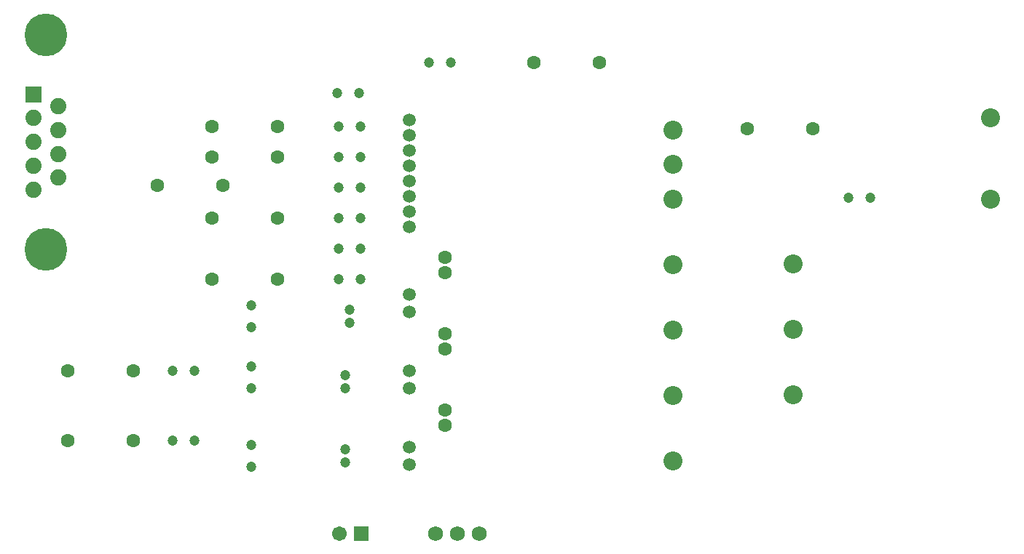
<source format=gts>
%FSLAX44Y44*%
%MOMM*%
G71*
G01*
G75*
G04 Layer_Color=8388736*
%ADD10C,0.2000*%
%ADD11C,0.4000*%
%ADD12C,0.3000*%
%ADD13C,1.3000*%
%ADD14C,1.4000*%
%ADD15C,2.0000*%
%ADD16C,1.6900*%
%ADD17R,1.6900X1.6900*%
%ADD18C,4.7600*%
%ADD19C,1.5240*%
%ADD20R,1.5000X1.5000*%
%ADD21C,1.5000*%
%ADD22C,1.0000*%
%ADD23C,1.0160*%
%ADD24R,1.6660X1.6660*%
%ADD25R,1.7160X1.7160*%
%ADD26O,1.6660X2.5160*%
%ADD27C,2.1060*%
%ADD28C,4.2760*%
%ADD29C,2.0160*%
%ADD30C,1.9160*%
%ADD31C,1.8660*%
%ADD32C,1.5660*%
%ADD33C,2.2160*%
%ADD34C,1.5160*%
%ADD35C,0.1000*%
%ADD36C,0.2540*%
%ADD37C,0.1500*%
%ADD38C,1.5032*%
%ADD39C,1.6032*%
%ADD40C,2.2032*%
%ADD41C,1.8932*%
%ADD42R,1.8932X1.8932*%
%ADD43C,4.9632*%
%ADD44C,1.7272*%
%ADD45R,1.7032X1.7032*%
%ADD46C,1.7032*%
%ADD47C,1.2032*%
D38*
X1016070Y1233460D02*
D03*
Y1269020D02*
D03*
Y1251240D02*
D03*
Y1286800D02*
D03*
Y1304580D02*
D03*
Y1180110D02*
D03*
Y1101470D02*
D03*
Y1080970D02*
D03*
Y1215680D02*
D03*
Y1197900D02*
D03*
Y1012570D02*
D03*
Y991800D02*
D03*
Y923670D02*
D03*
Y903170D02*
D03*
D39*
X1057070Y1126780D02*
D03*
Y1144560D02*
D03*
Y1055660D02*
D03*
Y1037880D02*
D03*
Y966760D02*
D03*
Y948980D02*
D03*
X862330Y1296670D02*
D03*
X786130D02*
D03*
X862330Y1118870D02*
D03*
X786130D02*
D03*
X1408430Y1294130D02*
D03*
X1484630D02*
D03*
X786130Y1189990D02*
D03*
X862330D02*
D03*
Y1261110D02*
D03*
X786130D02*
D03*
X694690Y1012190D02*
D03*
X618490D02*
D03*
X1236980Y1371600D02*
D03*
X1160780D02*
D03*
X798830Y1228090D02*
D03*
X722630D02*
D03*
X694690Y930910D02*
D03*
X618490D02*
D03*
D40*
X1322070Y1252510D02*
D03*
Y1292510D02*
D03*
Y1212510D02*
D03*
Y1136310D02*
D03*
Y1060110D02*
D03*
Y983910D02*
D03*
Y907710D02*
D03*
X1691640Y1307340D02*
D03*
Y1212340D02*
D03*
X1461770Y984250D02*
D03*
Y1060450D02*
D03*
Y1136650D02*
D03*
D41*
X579140Y1223490D02*
D03*
X607540Y1237340D02*
D03*
X579140Y1251190D02*
D03*
X607540Y1265040D02*
D03*
X579140Y1278890D02*
D03*
X607540Y1292740D02*
D03*
X579140Y1306590D02*
D03*
X607540Y1320440D02*
D03*
D42*
X579140Y1334290D02*
D03*
D43*
X593340Y1403840D02*
D03*
Y1153940D02*
D03*
D44*
X1097280Y822960D02*
D03*
X1071880D02*
D03*
X1046480D02*
D03*
D45*
X960120D02*
D03*
D46*
X934720D02*
D03*
D47*
X958850Y1296670D02*
D03*
X933450D02*
D03*
X958850Y1118870D02*
D03*
X933450D02*
D03*
X958850Y1189990D02*
D03*
X933450D02*
D03*
X958850Y1261110D02*
D03*
X933450D02*
D03*
X765810Y1012190D02*
D03*
X740410D02*
D03*
X1064260Y1371600D02*
D03*
X1038860D02*
D03*
X958850Y1154430D02*
D03*
X933450D02*
D03*
X958850Y1225550D02*
D03*
X933450D02*
D03*
X765810Y930910D02*
D03*
X740410D02*
D03*
X941070Y920750D02*
D03*
Y905750D02*
D03*
X831850Y925830D02*
D03*
Y900430D02*
D03*
X941070Y1007110D02*
D03*
Y992110D02*
D03*
X831850Y1017270D02*
D03*
Y991870D02*
D03*
X946150Y1083310D02*
D03*
Y1068310D02*
D03*
X831850Y1088390D02*
D03*
Y1062990D02*
D03*
X957580Y1336040D02*
D03*
X932180D02*
D03*
X1551940Y1214120D02*
D03*
X1526540D02*
D03*
M02*

</source>
